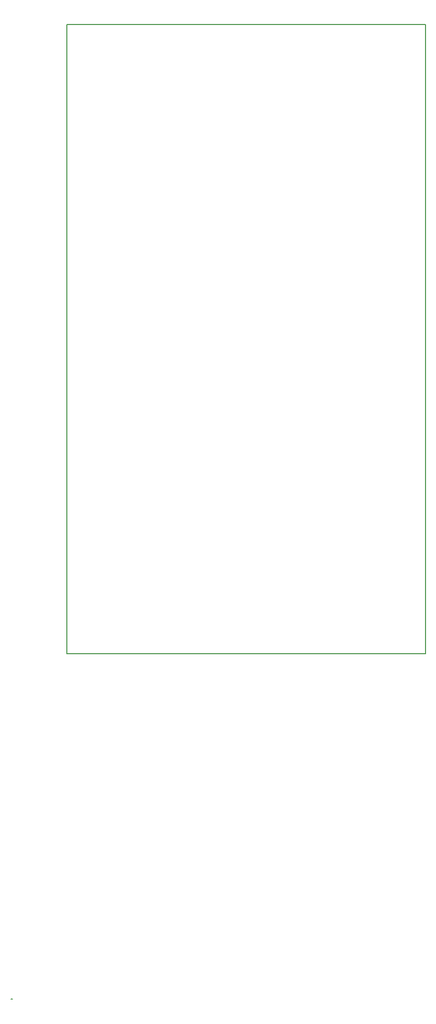
<source format=gbr>
G04 #@! TF.FileFunction,Profile,NP*
%FSLAX46Y46*%
G04 Gerber Fmt 4.6, Leading zero omitted, Abs format (unit mm)*
G04 Created by KiCad (PCBNEW 4.0.7) date 05/15/18 20:27:53*
%MOMM*%
%LPD*%
G01*
G04 APERTURE LIST*
%ADD10C,0.100000*%
%ADD11C,0.150000*%
G04 APERTURE END LIST*
D10*
D11*
X85090000Y-114300000D02*
X85090000Y-32004000D01*
X24257000Y-32004000D02*
X24257000Y-133096000D01*
X24257000Y-32004000D02*
X85090000Y-32004000D01*
X85090000Y-138557000D02*
X85090000Y-132969000D01*
X24257000Y-138557000D02*
X85090000Y-138557000D01*
X24257000Y-133096000D02*
X24257000Y-138557000D01*
X85090000Y-114300000D02*
X85090000Y-133096000D01*
X14732000Y-197104000D02*
X14986000Y-197104000D01*
M02*

</source>
